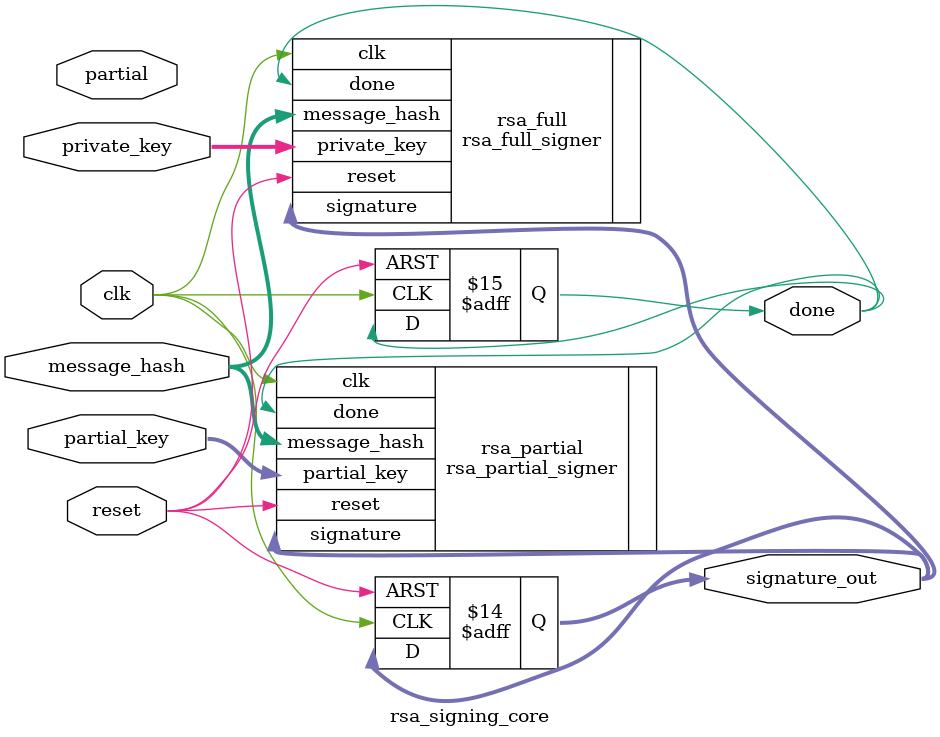
<source format=v>
module rsa_signing_core (
    input wire clk,
    input wire reset,
    input wire [255:0] private_key,    // Full private key for RSA
    input wire [127:0] message_hash,   // Message hash
    input wire partial,                // Use partial signing (threshold)
    input wire [255:0] partial_key,    // Shard of the private key for partial signature
    output reg [255:0] signature_out,  // RSA signature
    output reg done
);

    rsa_full_signer rsa_full (
        .clk(clk),
        .reset(reset),
        .private_key(private_key),
        .message_hash(message_hash),
        .signature(signature_out),
        .done(done)
    );

    rsa_partial_signer rsa_partial (
        .clk(clk),
        .reset(reset),
        .partial_key(partial_key),
        .message_hash(message_hash),
        .signature(signature_out),
        .done(done)
    );

    always @(posedge clk or posedge reset) begin
        if (reset) begin
            signature_out <= 256'b0;
            done <= 0;
        end else if (partial) begin
            // Use partial key signing if indicated
            rsa_partial.partial_key <= partial_key;
            rsa_partial.message_hash <= message_hash;
        end else begin
            // Use full key signing
            rsa_full.private_key <= private_key;
            rsa_full.message_hash <= message_hash;
        end
    end
endmodule
</source>
